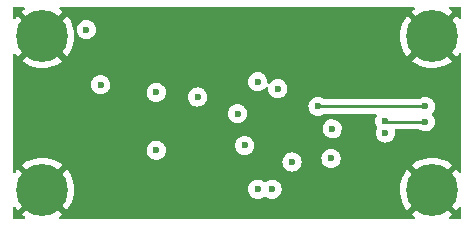
<source format=gbr>
%TF.GenerationSoftware,KiCad,Pcbnew,(6.0.4-0)*%
%TF.CreationDate,2022-08-26T15:35:11-06:00*%
%TF.ProjectId,lm334-source-v2,6c6d3333-342d-4736-9f75-7263652d7632,rev?*%
%TF.SameCoordinates,Original*%
%TF.FileFunction,Copper,L4,Bot*%
%TF.FilePolarity,Positive*%
%FSLAX46Y46*%
G04 Gerber Fmt 4.6, Leading zero omitted, Abs format (unit mm)*
G04 Created by KiCad (PCBNEW (6.0.4-0)) date 2022-08-26 15:35:11*
%MOMM*%
%LPD*%
G01*
G04 APERTURE LIST*
%TA.AperFunction,ComponentPad*%
%ADD10C,0.700000*%
%TD*%
%TA.AperFunction,ComponentPad*%
%ADD11C,4.400000*%
%TD*%
%TA.AperFunction,ViaPad*%
%ADD12C,0.600000*%
%TD*%
%TA.AperFunction,Conductor*%
%ADD13C,0.250000*%
%TD*%
G04 APERTURE END LIST*
D10*
%TO.P,MH1,1,Pin_1*%
%TO.N,GNDPWR*%
X101350000Y-84000000D03*
X103000000Y-82350000D03*
X104166726Y-85166726D03*
X104166726Y-82833274D03*
D11*
X103000000Y-84000000D03*
D10*
X104650000Y-84000000D03*
X101833274Y-82833274D03*
X101833274Y-85166726D03*
X103000000Y-85650000D03*
%TD*%
D11*
%TO.P,MH2,1,Pin_1*%
%TO.N,GNDPWR*%
X136000000Y-84000000D03*
D10*
X137166726Y-82833274D03*
X134350000Y-84000000D03*
X137650000Y-84000000D03*
X137166726Y-85166726D03*
X136000000Y-82350000D03*
X136000000Y-85650000D03*
X134833274Y-85166726D03*
X134833274Y-82833274D03*
%TD*%
%TO.P,MH3,1,Pin_1*%
%TO.N,GNDPWR*%
X101833274Y-98166726D03*
D11*
X103000000Y-97000000D03*
D10*
X104166726Y-98166726D03*
X101833274Y-95833274D03*
X104166726Y-95833274D03*
X103000000Y-95350000D03*
X104650000Y-97000000D03*
X101350000Y-97000000D03*
X103000000Y-98650000D03*
%TD*%
D11*
%TO.P,MH4,1,Pin_1*%
%TO.N,GNDPWR*%
X136000000Y-97000000D03*
D10*
X134833274Y-95833274D03*
X134350000Y-97000000D03*
X137650000Y-97000000D03*
X136000000Y-95350000D03*
X137166726Y-98166726D03*
X137166726Y-95833274D03*
X134833274Y-98166726D03*
X136000000Y-98650000D03*
%TD*%
D12*
%TO.N,GND*%
X132050000Y-92200000D03*
X112650000Y-88750000D03*
X127550000Y-91850000D03*
X127450000Y-94350000D03*
X124150000Y-94650000D03*
X116150000Y-89150000D03*
X112650000Y-93650000D03*
%TO.N,+3V3*%
X121250000Y-87850000D03*
X121250000Y-96950000D03*
%TO.N,VD*%
X132000000Y-91200000D03*
X135450000Y-91250000D03*
X122465000Y-96965000D03*
X122950000Y-88450000D03*
%TO.N,/Channel1/I+*%
X107950000Y-88100000D03*
X106750000Y-83450000D03*
%TO.N,/Channel1/buffer/out+*%
X120150000Y-93250000D03*
X119550000Y-90550000D03*
%TO.N,/sda-tx*%
X135450000Y-89950000D03*
X126350000Y-89950000D03*
%TD*%
D13*
%TO.N,VD*%
X132050000Y-91250000D02*
X132000000Y-91200000D01*
X135450000Y-91250000D02*
X132050000Y-91250000D01*
%TO.N,/sda-tx*%
X135450000Y-89950000D02*
X126350000Y-89950000D01*
%TD*%
%TA.AperFunction,Conductor*%
%TO.N,GNDPWR*%
G36*
X101501296Y-81528502D02*
G01*
X101547789Y-81582158D01*
X101557893Y-81652432D01*
X101528399Y-81717012D01*
X101497597Y-81742786D01*
X101478350Y-81754237D01*
X101472091Y-81758490D01*
X101286385Y-81901762D01*
X101277917Y-81913423D01*
X101284520Y-81925309D01*
X102987190Y-83627980D01*
X103001131Y-83635592D01*
X103002966Y-83635461D01*
X103009580Y-83631210D01*
X104714559Y-81926230D01*
X104721571Y-81913389D01*
X104713777Y-81902701D01*
X104551298Y-81774613D01*
X104545075Y-81770288D01*
X104498813Y-81742105D01*
X104451044Y-81689582D01*
X104439254Y-81619571D01*
X104467186Y-81554300D01*
X104525972Y-81514492D01*
X104564366Y-81508500D01*
X134433175Y-81508500D01*
X134501296Y-81528502D01*
X134547789Y-81582158D01*
X134557893Y-81652432D01*
X134528399Y-81717012D01*
X134497597Y-81742786D01*
X134478350Y-81754237D01*
X134472091Y-81758490D01*
X134286385Y-81901762D01*
X134277917Y-81913423D01*
X134284520Y-81925309D01*
X135987190Y-83627980D01*
X136001131Y-83635592D01*
X136002966Y-83635461D01*
X136009580Y-83631210D01*
X137714559Y-81926230D01*
X137721571Y-81913389D01*
X137713777Y-81902701D01*
X137551298Y-81774613D01*
X137545075Y-81770288D01*
X137498813Y-81742105D01*
X137451044Y-81689582D01*
X137439254Y-81619571D01*
X137467186Y-81554300D01*
X137525972Y-81514492D01*
X137564366Y-81508500D01*
X138365500Y-81508500D01*
X138433621Y-81528502D01*
X138480114Y-81582158D01*
X138491500Y-81634500D01*
X138491500Y-82434491D01*
X138471498Y-82502612D01*
X138417842Y-82549105D01*
X138347568Y-82559209D01*
X138282988Y-82529715D01*
X138257553Y-82499480D01*
X138237763Y-82466609D01*
X138233481Y-82460377D01*
X138097991Y-82286647D01*
X138086199Y-82278178D01*
X138074486Y-82284725D01*
X136372020Y-83987190D01*
X136364408Y-84001131D01*
X136364539Y-84002966D01*
X136368790Y-84009580D01*
X138073285Y-85714074D01*
X138086408Y-85721240D01*
X138096709Y-85713851D01*
X138200751Y-85586055D01*
X138205159Y-85579921D01*
X138258938Y-85494686D01*
X138312205Y-85447748D01*
X138382392Y-85437059D01*
X138447217Y-85466014D01*
X138486096Y-85525418D01*
X138491500Y-85561922D01*
X138491500Y-95434491D01*
X138471498Y-95502612D01*
X138417842Y-95549105D01*
X138347568Y-95559209D01*
X138282988Y-95529715D01*
X138257553Y-95499480D01*
X138237763Y-95466609D01*
X138233481Y-95460377D01*
X138097991Y-95286647D01*
X138086199Y-95278178D01*
X138074486Y-95284725D01*
X136372020Y-96987190D01*
X136364408Y-97001131D01*
X136364539Y-97002966D01*
X136368790Y-97009580D01*
X138073285Y-98714074D01*
X138086408Y-98721240D01*
X138096709Y-98713851D01*
X138200751Y-98586055D01*
X138205159Y-98579921D01*
X138258938Y-98494686D01*
X138312205Y-98447748D01*
X138382392Y-98437059D01*
X138447217Y-98466014D01*
X138486096Y-98525418D01*
X138491500Y-98561922D01*
X138491500Y-99365500D01*
X138471498Y-99433621D01*
X138417842Y-99480114D01*
X138365500Y-99491500D01*
X137569317Y-99491500D01*
X137501196Y-99471498D01*
X137454703Y-99417842D01*
X137444599Y-99347568D01*
X137474093Y-99282988D01*
X137499596Y-99260548D01*
X137504347Y-99257392D01*
X137714305Y-99098889D01*
X137722761Y-99087496D01*
X137716045Y-99075256D01*
X136012810Y-97372020D01*
X135998869Y-97364408D01*
X135997034Y-97364539D01*
X135990420Y-97368790D01*
X134285818Y-99073393D01*
X134278703Y-99086423D01*
X134286227Y-99096854D01*
X134425483Y-99209020D01*
X134431664Y-99213413D01*
X134504100Y-99258588D01*
X134551317Y-99311608D01*
X134562373Y-99381738D01*
X134533759Y-99446713D01*
X134474559Y-99485903D01*
X134437424Y-99491500D01*
X104569317Y-99491500D01*
X104501196Y-99471498D01*
X104454703Y-99417842D01*
X104444599Y-99347568D01*
X104474093Y-99282988D01*
X104499596Y-99260548D01*
X104504347Y-99257392D01*
X104714305Y-99098889D01*
X104722761Y-99087496D01*
X104716045Y-99075256D01*
X103012810Y-97372020D01*
X102998869Y-97364408D01*
X102997034Y-97364539D01*
X102990420Y-97368790D01*
X101285818Y-99073393D01*
X101278703Y-99086423D01*
X101286227Y-99096854D01*
X101425483Y-99209020D01*
X101431664Y-99213413D01*
X101504100Y-99258588D01*
X101551317Y-99311608D01*
X101562373Y-99381738D01*
X101533759Y-99446713D01*
X101474559Y-99485903D01*
X101437424Y-99491500D01*
X100634500Y-99491500D01*
X100566379Y-99471498D01*
X100519886Y-99417842D01*
X100508500Y-99365500D01*
X100508500Y-98568320D01*
X100528502Y-98500199D01*
X100582158Y-98453706D01*
X100652432Y-98443602D01*
X100717012Y-98473096D01*
X100743120Y-98504463D01*
X100746296Y-98509866D01*
X100750519Y-98516150D01*
X100901463Y-98713934D01*
X100912989Y-98722396D01*
X100925054Y-98715735D01*
X102627980Y-97012810D01*
X102634357Y-97001131D01*
X103364408Y-97001131D01*
X103364539Y-97002966D01*
X103368790Y-97009580D01*
X105073285Y-98714074D01*
X105086408Y-98721240D01*
X105096709Y-98713851D01*
X105200751Y-98586055D01*
X105205164Y-98579914D01*
X105375349Y-98310187D01*
X105379005Y-98303536D01*
X105515544Y-98015335D01*
X105518375Y-98008295D01*
X105619306Y-97705767D01*
X105621270Y-97698433D01*
X105685122Y-97385989D01*
X105686194Y-97378465D01*
X105712173Y-97059051D01*
X105712378Y-97054576D01*
X105712927Y-97002221D01*
X105712817Y-96997789D01*
X105709251Y-96938640D01*
X120436463Y-96938640D01*
X120454163Y-97119160D01*
X120511418Y-97291273D01*
X120515065Y-97297295D01*
X120515066Y-97297297D01*
X120568780Y-97385989D01*
X120605380Y-97446424D01*
X120731382Y-97576902D01*
X120883159Y-97676222D01*
X120889763Y-97678678D01*
X120889765Y-97678679D01*
X121046558Y-97736990D01*
X121046560Y-97736990D01*
X121053168Y-97739448D01*
X121136995Y-97750633D01*
X121225980Y-97762507D01*
X121225984Y-97762507D01*
X121232961Y-97763438D01*
X121239972Y-97762800D01*
X121239976Y-97762800D01*
X121382459Y-97749832D01*
X121413600Y-97746998D01*
X121420302Y-97744820D01*
X121420304Y-97744820D01*
X121579409Y-97693124D01*
X121579412Y-97693123D01*
X121586108Y-97690947D01*
X121712237Y-97615759D01*
X121735860Y-97601677D01*
X121735862Y-97601676D01*
X121741912Y-97598069D01*
X121760920Y-97579968D01*
X121824045Y-97547476D01*
X121894716Y-97554269D01*
X121938444Y-97583682D01*
X121946382Y-97591902D01*
X121984242Y-97616677D01*
X122092227Y-97687340D01*
X122098159Y-97691222D01*
X122104763Y-97693678D01*
X122104765Y-97693679D01*
X122261558Y-97751990D01*
X122261560Y-97751990D01*
X122268168Y-97754448D01*
X122335544Y-97763438D01*
X122440980Y-97777507D01*
X122440984Y-97777507D01*
X122447961Y-97778438D01*
X122454972Y-97777800D01*
X122454976Y-97777800D01*
X122597459Y-97764832D01*
X122628600Y-97761998D01*
X122635302Y-97759820D01*
X122635304Y-97759820D01*
X122794409Y-97708124D01*
X122794412Y-97708123D01*
X122801108Y-97705947D01*
X122956912Y-97613069D01*
X123088266Y-97487982D01*
X123188643Y-97336902D01*
X123253055Y-97167338D01*
X123268903Y-97054576D01*
X123277748Y-96991639D01*
X123277748Y-96991636D01*
X123278299Y-96987717D01*
X123278471Y-96975383D01*
X133287388Y-96975383D01*
X133303245Y-97293914D01*
X133304076Y-97301443D01*
X133358085Y-97615759D01*
X133359818Y-97623146D01*
X133451196Y-97928695D01*
X133453799Y-97935808D01*
X133581227Y-98228173D01*
X133584669Y-98234929D01*
X133746296Y-98509865D01*
X133750519Y-98516150D01*
X133901463Y-98713934D01*
X133912989Y-98722396D01*
X133925054Y-98715735D01*
X135627980Y-97012810D01*
X135635592Y-96998869D01*
X135635461Y-96997034D01*
X135631210Y-96990420D01*
X133926445Y-95285656D01*
X133913510Y-95278592D01*
X133902949Y-95286252D01*
X133782766Y-95437072D01*
X133778410Y-95443270D01*
X133611059Y-95714764D01*
X133607479Y-95721440D01*
X133473956Y-96011074D01*
X133471206Y-96018125D01*
X133373444Y-96321708D01*
X133371561Y-96329041D01*
X133310979Y-96642170D01*
X133309992Y-96649670D01*
X133287467Y-96967802D01*
X133287388Y-96975383D01*
X123278471Y-96975383D01*
X123278616Y-96965000D01*
X123258397Y-96784745D01*
X123247017Y-96752066D01*
X123201064Y-96620106D01*
X123201062Y-96620103D01*
X123198745Y-96613448D01*
X123102626Y-96459624D01*
X123010832Y-96367187D01*
X122979778Y-96335915D01*
X122979774Y-96335912D01*
X122974815Y-96330918D01*
X122963697Y-96323862D01*
X122915538Y-96293300D01*
X122821666Y-96233727D01*
X122765755Y-96213818D01*
X122657425Y-96175243D01*
X122657420Y-96175242D01*
X122650790Y-96172881D01*
X122643802Y-96172048D01*
X122643799Y-96172047D01*
X122503889Y-96155364D01*
X122470680Y-96151404D01*
X122463677Y-96152140D01*
X122463676Y-96152140D01*
X122297288Y-96169628D01*
X122297286Y-96169629D01*
X122290288Y-96170364D01*
X122118579Y-96228818D01*
X122112575Y-96232512D01*
X121970090Y-96320169D01*
X121970087Y-96320171D01*
X121964088Y-96323862D01*
X121953925Y-96333815D01*
X121891262Y-96367187D01*
X121820503Y-96361384D01*
X121776359Y-96332578D01*
X121772847Y-96329041D01*
X121759815Y-96315918D01*
X121748697Y-96308862D01*
X121630302Y-96233727D01*
X121606666Y-96218727D01*
X121577463Y-96208328D01*
X121442425Y-96160243D01*
X121442420Y-96160242D01*
X121435790Y-96157881D01*
X121428802Y-96157048D01*
X121428799Y-96157047D01*
X121305698Y-96142368D01*
X121255680Y-96136404D01*
X121248677Y-96137140D01*
X121248676Y-96137140D01*
X121082288Y-96154628D01*
X121082286Y-96154629D01*
X121075288Y-96155364D01*
X120903579Y-96213818D01*
X120871218Y-96233727D01*
X120755095Y-96305166D01*
X120755092Y-96305168D01*
X120749088Y-96308862D01*
X120744053Y-96313793D01*
X120744050Y-96313795D01*
X120634208Y-96421361D01*
X120619493Y-96435771D01*
X120521235Y-96588238D01*
X120518826Y-96594858D01*
X120518824Y-96594861D01*
X120461606Y-96752066D01*
X120459197Y-96758685D01*
X120436463Y-96938640D01*
X105709251Y-96938640D01*
X105693529Y-96677853D01*
X105692621Y-96670351D01*
X105635319Y-96356593D01*
X105633518Y-96349260D01*
X105538935Y-96044655D01*
X105536263Y-96037583D01*
X105405781Y-95746570D01*
X105402264Y-95739843D01*
X105237771Y-95466621D01*
X105233481Y-95460377D01*
X105097991Y-95286647D01*
X105086199Y-95278178D01*
X105074486Y-95284725D01*
X103372020Y-96987190D01*
X103364408Y-97001131D01*
X102634357Y-97001131D01*
X102635592Y-96998869D01*
X102635461Y-96997034D01*
X102631210Y-96990420D01*
X100926445Y-95285656D01*
X100913510Y-95278592D01*
X100902949Y-95286252D01*
X100782766Y-95437072D01*
X100778410Y-95443270D01*
X100741760Y-95502727D01*
X100688988Y-95550220D01*
X100618916Y-95561644D01*
X100553792Y-95533370D01*
X100514293Y-95474376D01*
X100508500Y-95436611D01*
X100508500Y-94913423D01*
X101277917Y-94913423D01*
X101284520Y-94925309D01*
X102987190Y-96627980D01*
X103001131Y-96635592D01*
X103002966Y-96635461D01*
X103009580Y-96631210D01*
X104714559Y-94926230D01*
X104721571Y-94913389D01*
X104713777Y-94902701D01*
X104551298Y-94774613D01*
X104545075Y-94770288D01*
X104328977Y-94638640D01*
X123336463Y-94638640D01*
X123354163Y-94819160D01*
X123411418Y-94991273D01*
X123415065Y-94997295D01*
X123415066Y-94997297D01*
X123501720Y-95140380D01*
X123505380Y-95146424D01*
X123631382Y-95276902D01*
X123783159Y-95376222D01*
X123789763Y-95378678D01*
X123789765Y-95378679D01*
X123946558Y-95436990D01*
X123946560Y-95436990D01*
X123953168Y-95439448D01*
X124036995Y-95450633D01*
X124125980Y-95462507D01*
X124125984Y-95462507D01*
X124132961Y-95463438D01*
X124139972Y-95462800D01*
X124139976Y-95462800D01*
X124282459Y-95449832D01*
X124313600Y-95446998D01*
X124320302Y-95444820D01*
X124320304Y-95444820D01*
X124479409Y-95393124D01*
X124479412Y-95393123D01*
X124486108Y-95390947D01*
X124641912Y-95298069D01*
X124773266Y-95172982D01*
X124873643Y-95021902D01*
X124938055Y-94852338D01*
X124939733Y-94840401D01*
X124962748Y-94676639D01*
X124962748Y-94676636D01*
X124963299Y-94672717D01*
X124963616Y-94650000D01*
X124943397Y-94469745D01*
X124941080Y-94463091D01*
X124897742Y-94338640D01*
X126636463Y-94338640D01*
X126654163Y-94519160D01*
X126711418Y-94691273D01*
X126715065Y-94697295D01*
X126715066Y-94697297D01*
X126784624Y-94812151D01*
X126805380Y-94846424D01*
X126931382Y-94976902D01*
X127083159Y-95076222D01*
X127089763Y-95078678D01*
X127089765Y-95078679D01*
X127246558Y-95136990D01*
X127246560Y-95136990D01*
X127253168Y-95139448D01*
X127336995Y-95150633D01*
X127425980Y-95162507D01*
X127425984Y-95162507D01*
X127432961Y-95163438D01*
X127439972Y-95162800D01*
X127439976Y-95162800D01*
X127582459Y-95149832D01*
X127613600Y-95146998D01*
X127620302Y-95144820D01*
X127620304Y-95144820D01*
X127779409Y-95093124D01*
X127779412Y-95093123D01*
X127786108Y-95090947D01*
X127901932Y-95021902D01*
X127935860Y-95001677D01*
X127935862Y-95001676D01*
X127941912Y-94998069D01*
X128030799Y-94913423D01*
X134277917Y-94913423D01*
X134284520Y-94925309D01*
X135987190Y-96627980D01*
X136001131Y-96635592D01*
X136002966Y-96635461D01*
X136009580Y-96631210D01*
X137714559Y-94926230D01*
X137721571Y-94913389D01*
X137713777Y-94902701D01*
X137551298Y-94774613D01*
X137545075Y-94770288D01*
X137272702Y-94604357D01*
X137266025Y-94600822D01*
X136975686Y-94468813D01*
X136968616Y-94466099D01*
X136664537Y-94369932D01*
X136657186Y-94368085D01*
X136343746Y-94309142D01*
X136336237Y-94308194D01*
X136017989Y-94287335D01*
X136010424Y-94287295D01*
X135691964Y-94304821D01*
X135684450Y-94305690D01*
X135370405Y-94361348D01*
X135363044Y-94363115D01*
X135057980Y-94456092D01*
X135050860Y-94458740D01*
X134759182Y-94587690D01*
X134752445Y-94591167D01*
X134478355Y-94754233D01*
X134472091Y-94758490D01*
X134286385Y-94901762D01*
X134277917Y-94913423D01*
X128030799Y-94913423D01*
X128073266Y-94872982D01*
X128173643Y-94721902D01*
X128218295Y-94604357D01*
X128235555Y-94558920D01*
X128235556Y-94558918D01*
X128238055Y-94552338D01*
X128239035Y-94545366D01*
X128262748Y-94376639D01*
X128262748Y-94376636D01*
X128263299Y-94372717D01*
X128263616Y-94350000D01*
X128243397Y-94169745D01*
X128241080Y-94163091D01*
X128186064Y-94005106D01*
X128186062Y-94005103D01*
X128183745Y-93998448D01*
X128133171Y-93917512D01*
X128091359Y-93850598D01*
X128087626Y-93844624D01*
X128082664Y-93839627D01*
X127964778Y-93720915D01*
X127964774Y-93720912D01*
X127959815Y-93715918D01*
X127948697Y-93708862D01*
X127885501Y-93668757D01*
X127806666Y-93618727D01*
X127777463Y-93608328D01*
X127642425Y-93560243D01*
X127642420Y-93560242D01*
X127635790Y-93557881D01*
X127628802Y-93557048D01*
X127628799Y-93557047D01*
X127505698Y-93542368D01*
X127455680Y-93536404D01*
X127448677Y-93537140D01*
X127448676Y-93537140D01*
X127282288Y-93554628D01*
X127282286Y-93554629D01*
X127275288Y-93555364D01*
X127103579Y-93613818D01*
X127097575Y-93617512D01*
X126955095Y-93705166D01*
X126955092Y-93705168D01*
X126949088Y-93708862D01*
X126944053Y-93713793D01*
X126944050Y-93713795D01*
X126829630Y-93825844D01*
X126819493Y-93835771D01*
X126721235Y-93988238D01*
X126718826Y-93994858D01*
X126718824Y-93994861D01*
X126661606Y-94152066D01*
X126659197Y-94158685D01*
X126636463Y-94338640D01*
X124897742Y-94338640D01*
X124886064Y-94305106D01*
X124886062Y-94305103D01*
X124883745Y-94298448D01*
X124787626Y-94144624D01*
X124707005Y-94063438D01*
X124664778Y-94020915D01*
X124664774Y-94020912D01*
X124659815Y-94015918D01*
X124648697Y-94008862D01*
X124591185Y-93972364D01*
X124506666Y-93918727D01*
X124458784Y-93901677D01*
X124342425Y-93860243D01*
X124342420Y-93860242D01*
X124335790Y-93857881D01*
X124328802Y-93857048D01*
X124328799Y-93857047D01*
X124205698Y-93842368D01*
X124155680Y-93836404D01*
X124148677Y-93837140D01*
X124148676Y-93837140D01*
X123982288Y-93854628D01*
X123982286Y-93854629D01*
X123975288Y-93855364D01*
X123803579Y-93913818D01*
X123797575Y-93917512D01*
X123655095Y-94005166D01*
X123655092Y-94005168D01*
X123649088Y-94008862D01*
X123644053Y-94013793D01*
X123644050Y-94013795D01*
X123524525Y-94130843D01*
X123519493Y-94135771D01*
X123421235Y-94288238D01*
X123418826Y-94294858D01*
X123418824Y-94294861D01*
X123364243Y-94444820D01*
X123359197Y-94458685D01*
X123336463Y-94638640D01*
X104328977Y-94638640D01*
X104272702Y-94604357D01*
X104266025Y-94600822D01*
X103975686Y-94468813D01*
X103968616Y-94466099D01*
X103664537Y-94369932D01*
X103657186Y-94368085D01*
X103343746Y-94309142D01*
X103336237Y-94308194D01*
X103017989Y-94287335D01*
X103010424Y-94287295D01*
X102691964Y-94304821D01*
X102684450Y-94305690D01*
X102370405Y-94361348D01*
X102363044Y-94363115D01*
X102057980Y-94456092D01*
X102050860Y-94458740D01*
X101759182Y-94587690D01*
X101752445Y-94591167D01*
X101478355Y-94754233D01*
X101472091Y-94758490D01*
X101286385Y-94901762D01*
X101277917Y-94913423D01*
X100508500Y-94913423D01*
X100508500Y-93638640D01*
X111836463Y-93638640D01*
X111854163Y-93819160D01*
X111911418Y-93991273D01*
X111915065Y-93997295D01*
X111915066Y-93997297D01*
X112001264Y-94139627D01*
X112005380Y-94146424D01*
X112010269Y-94151487D01*
X112010270Y-94151488D01*
X112025357Y-94167111D01*
X112131382Y-94276902D01*
X112155171Y-94292469D01*
X112243088Y-94350000D01*
X112283159Y-94376222D01*
X112289763Y-94378678D01*
X112289765Y-94378679D01*
X112446558Y-94436990D01*
X112446560Y-94436990D01*
X112453168Y-94439448D01*
X112536995Y-94450633D01*
X112625980Y-94462507D01*
X112625984Y-94462507D01*
X112632961Y-94463438D01*
X112639972Y-94462800D01*
X112639976Y-94462800D01*
X112782459Y-94449832D01*
X112813600Y-94446998D01*
X112820302Y-94444820D01*
X112820304Y-94444820D01*
X112979409Y-94393124D01*
X112979412Y-94393123D01*
X112986108Y-94390947D01*
X113123337Y-94309142D01*
X113135860Y-94301677D01*
X113135862Y-94301676D01*
X113141912Y-94298069D01*
X113273266Y-94172982D01*
X113373643Y-94021902D01*
X113422529Y-93893211D01*
X113435555Y-93858920D01*
X113435556Y-93858918D01*
X113438055Y-93852338D01*
X113439551Y-93841693D01*
X113462748Y-93676639D01*
X113462748Y-93676636D01*
X113463299Y-93672717D01*
X113463616Y-93650000D01*
X113443397Y-93469745D01*
X113441080Y-93463091D01*
X113386064Y-93305106D01*
X113386062Y-93305103D01*
X113383745Y-93298448D01*
X113346373Y-93238640D01*
X119336463Y-93238640D01*
X119354163Y-93419160D01*
X119411418Y-93591273D01*
X119415065Y-93597295D01*
X119415066Y-93597297D01*
X119482632Y-93708862D01*
X119505380Y-93746424D01*
X119631382Y-93876902D01*
X119783159Y-93976222D01*
X119789763Y-93978678D01*
X119789765Y-93978679D01*
X119946558Y-94036990D01*
X119946560Y-94036990D01*
X119953168Y-94039448D01*
X120036995Y-94050633D01*
X120125980Y-94062507D01*
X120125984Y-94062507D01*
X120132961Y-94063438D01*
X120139972Y-94062800D01*
X120139976Y-94062800D01*
X120282459Y-94049832D01*
X120313600Y-94046998D01*
X120320302Y-94044820D01*
X120320304Y-94044820D01*
X120479409Y-93993124D01*
X120479412Y-93993123D01*
X120486108Y-93990947D01*
X120609296Y-93917512D01*
X120635860Y-93901677D01*
X120635862Y-93901676D01*
X120641912Y-93898069D01*
X120773266Y-93772982D01*
X120873643Y-93621902D01*
X120932989Y-93465675D01*
X120935555Y-93458920D01*
X120935556Y-93458918D01*
X120938055Y-93452338D01*
X120939035Y-93445366D01*
X120962748Y-93276639D01*
X120962748Y-93276636D01*
X120963299Y-93272717D01*
X120963616Y-93250000D01*
X120943397Y-93069745D01*
X120941080Y-93063091D01*
X120886064Y-92905106D01*
X120886062Y-92905103D01*
X120883745Y-92898448D01*
X120856823Y-92855364D01*
X120791359Y-92750598D01*
X120787626Y-92744624D01*
X120770960Y-92727841D01*
X120664778Y-92620915D01*
X120664774Y-92620912D01*
X120659815Y-92615918D01*
X120648697Y-92608862D01*
X120590457Y-92571902D01*
X120506666Y-92518727D01*
X120458784Y-92501677D01*
X120342425Y-92460243D01*
X120342420Y-92460242D01*
X120335790Y-92457881D01*
X120328802Y-92457048D01*
X120328799Y-92457047D01*
X120205698Y-92442368D01*
X120155680Y-92436404D01*
X120148677Y-92437140D01*
X120148676Y-92437140D01*
X119982288Y-92454628D01*
X119982286Y-92454629D01*
X119975288Y-92455364D01*
X119803579Y-92513818D01*
X119797575Y-92517512D01*
X119655095Y-92605166D01*
X119655092Y-92605168D01*
X119649088Y-92608862D01*
X119644053Y-92613793D01*
X119644050Y-92613795D01*
X119527591Y-92727841D01*
X119519493Y-92735771D01*
X119421235Y-92888238D01*
X119418826Y-92894858D01*
X119418824Y-92894861D01*
X119375536Y-93013795D01*
X119359197Y-93058685D01*
X119336463Y-93238640D01*
X113346373Y-93238640D01*
X113287626Y-93144624D01*
X113273941Y-93130843D01*
X113164778Y-93020915D01*
X113164774Y-93020912D01*
X113159815Y-93015918D01*
X113148697Y-93008862D01*
X113100538Y-92978300D01*
X113006666Y-92918727D01*
X112949716Y-92898448D01*
X112842425Y-92860243D01*
X112842420Y-92860242D01*
X112835790Y-92857881D01*
X112828802Y-92857048D01*
X112828799Y-92857047D01*
X112705698Y-92842368D01*
X112655680Y-92836404D01*
X112648677Y-92837140D01*
X112648676Y-92837140D01*
X112482288Y-92854628D01*
X112482286Y-92854629D01*
X112475288Y-92855364D01*
X112303579Y-92913818D01*
X112297575Y-92917512D01*
X112155095Y-93005166D01*
X112155092Y-93005168D01*
X112149088Y-93008862D01*
X112144053Y-93013793D01*
X112144050Y-93013795D01*
X112086916Y-93069745D01*
X112019493Y-93135771D01*
X111921235Y-93288238D01*
X111918826Y-93294858D01*
X111918824Y-93294861D01*
X111876134Y-93412151D01*
X111859197Y-93458685D01*
X111836463Y-93638640D01*
X100508500Y-93638640D01*
X100508500Y-91838640D01*
X126736463Y-91838640D01*
X126754163Y-92019160D01*
X126811418Y-92191273D01*
X126815065Y-92197295D01*
X126815066Y-92197297D01*
X126825978Y-92215314D01*
X126905380Y-92346424D01*
X127031382Y-92476902D01*
X127183159Y-92576222D01*
X127189763Y-92578678D01*
X127189765Y-92578679D01*
X127346558Y-92636990D01*
X127346560Y-92636990D01*
X127353168Y-92639448D01*
X127436995Y-92650633D01*
X127525980Y-92662507D01*
X127525984Y-92662507D01*
X127532961Y-92663438D01*
X127539972Y-92662800D01*
X127539976Y-92662800D01*
X127682459Y-92649832D01*
X127713600Y-92646998D01*
X127720302Y-92644820D01*
X127720304Y-92644820D01*
X127879409Y-92593124D01*
X127879412Y-92593123D01*
X127886108Y-92590947D01*
X128009296Y-92517512D01*
X128035860Y-92501677D01*
X128035862Y-92501676D01*
X128041912Y-92498069D01*
X128173266Y-92372982D01*
X128273643Y-92221902D01*
X128315423Y-92111917D01*
X128335555Y-92058920D01*
X128335556Y-92058918D01*
X128338055Y-92052338D01*
X128340212Y-92036990D01*
X128362748Y-91876639D01*
X128362748Y-91876636D01*
X128363299Y-91872717D01*
X128363616Y-91850000D01*
X128343397Y-91669745D01*
X128341080Y-91663091D01*
X128286064Y-91505106D01*
X128286062Y-91505103D01*
X128283745Y-91498448D01*
X128187626Y-91344624D01*
X128173941Y-91330843D01*
X128064778Y-91220915D01*
X128064774Y-91220912D01*
X128059815Y-91215918D01*
X128048697Y-91208862D01*
X127998335Y-91176902D01*
X127906666Y-91118727D01*
X127877463Y-91108328D01*
X127742425Y-91060243D01*
X127742420Y-91060242D01*
X127735790Y-91057881D01*
X127728802Y-91057048D01*
X127728799Y-91057047D01*
X127605698Y-91042368D01*
X127555680Y-91036404D01*
X127548677Y-91037140D01*
X127548676Y-91037140D01*
X127382288Y-91054628D01*
X127382286Y-91054629D01*
X127375288Y-91055364D01*
X127203579Y-91113818D01*
X127197575Y-91117512D01*
X127055095Y-91205166D01*
X127055092Y-91205168D01*
X127049088Y-91208862D01*
X127044053Y-91213793D01*
X127044050Y-91213795D01*
X126924525Y-91330843D01*
X126919493Y-91335771D01*
X126821235Y-91488238D01*
X126818826Y-91494858D01*
X126818824Y-91494861D01*
X126799739Y-91547297D01*
X126759197Y-91658685D01*
X126736463Y-91838640D01*
X100508500Y-91838640D01*
X100508500Y-90538640D01*
X118736463Y-90538640D01*
X118754163Y-90719160D01*
X118811418Y-90891273D01*
X118815065Y-90897295D01*
X118815066Y-90897297D01*
X118899817Y-91037238D01*
X118905380Y-91046424D01*
X118910269Y-91051487D01*
X118910270Y-91051488D01*
X118916204Y-91057633D01*
X119031382Y-91176902D01*
X119091005Y-91215918D01*
X119143088Y-91250000D01*
X119183159Y-91276222D01*
X119189763Y-91278678D01*
X119189765Y-91278679D01*
X119346558Y-91336990D01*
X119346560Y-91336990D01*
X119353168Y-91339448D01*
X119436732Y-91350598D01*
X119525980Y-91362507D01*
X119525984Y-91362507D01*
X119532961Y-91363438D01*
X119539972Y-91362800D01*
X119539976Y-91362800D01*
X119682459Y-91349832D01*
X119713600Y-91346998D01*
X119720302Y-91344820D01*
X119720304Y-91344820D01*
X119879409Y-91293124D01*
X119879412Y-91293123D01*
X119886108Y-91290947D01*
X120011970Y-91215918D01*
X120035860Y-91201677D01*
X120035862Y-91201676D01*
X120041912Y-91198069D01*
X120173266Y-91072982D01*
X120273643Y-90921902D01*
X120328400Y-90777756D01*
X120335555Y-90758920D01*
X120335556Y-90758918D01*
X120338055Y-90752338D01*
X120339736Y-90740380D01*
X120362748Y-90576639D01*
X120362748Y-90576636D01*
X120363299Y-90572717D01*
X120363616Y-90550000D01*
X120343397Y-90369745D01*
X120341080Y-90363091D01*
X120286064Y-90205106D01*
X120286062Y-90205103D01*
X120283745Y-90198448D01*
X120187626Y-90044624D01*
X120120114Y-89976639D01*
X120082380Y-89938640D01*
X125536463Y-89938640D01*
X125554163Y-90119160D01*
X125611418Y-90291273D01*
X125615065Y-90297295D01*
X125615066Y-90297297D01*
X125663181Y-90376744D01*
X125705380Y-90446424D01*
X125831382Y-90576902D01*
X125983159Y-90676222D01*
X125989763Y-90678678D01*
X125989765Y-90678679D01*
X126146558Y-90736990D01*
X126146560Y-90736990D01*
X126153168Y-90739448D01*
X126236732Y-90750598D01*
X126325980Y-90762507D01*
X126325984Y-90762507D01*
X126332961Y-90763438D01*
X126339972Y-90762800D01*
X126339976Y-90762800D01*
X126482459Y-90749832D01*
X126513600Y-90746998D01*
X126520302Y-90744820D01*
X126520304Y-90744820D01*
X126679409Y-90693124D01*
X126679412Y-90693123D01*
X126686108Y-90690947D01*
X126836540Y-90601271D01*
X126901058Y-90583500D01*
X131204303Y-90583500D01*
X131272424Y-90603502D01*
X131318917Y-90657158D01*
X131329021Y-90727432D01*
X131310216Y-90777752D01*
X131271235Y-90838238D01*
X131268826Y-90844858D01*
X131268824Y-90844861D01*
X131211606Y-91002066D01*
X131209197Y-91008685D01*
X131186463Y-91188640D01*
X131204163Y-91369160D01*
X131261418Y-91541273D01*
X131265065Y-91547295D01*
X131265066Y-91547297D01*
X131342329Y-91674874D01*
X131360508Y-91743504D01*
X131340466Y-91808398D01*
X131321235Y-91838238D01*
X131318826Y-91844858D01*
X131318824Y-91844861D01*
X131270118Y-91978679D01*
X131259197Y-92008685D01*
X131236463Y-92188640D01*
X131254163Y-92369160D01*
X131311418Y-92541273D01*
X131315065Y-92547295D01*
X131315066Y-92547297D01*
X131385017Y-92662800D01*
X131405380Y-92696424D01*
X131410269Y-92701487D01*
X131410270Y-92701488D01*
X131487121Y-92781068D01*
X131531382Y-92826902D01*
X131607271Y-92876562D01*
X131669849Y-92917512D01*
X131683159Y-92926222D01*
X131689763Y-92928678D01*
X131689765Y-92928679D01*
X131846558Y-92986990D01*
X131846560Y-92986990D01*
X131853168Y-92989448D01*
X131936995Y-93000633D01*
X132025980Y-93012507D01*
X132025984Y-93012507D01*
X132032961Y-93013438D01*
X132039972Y-93012800D01*
X132039976Y-93012800D01*
X132182459Y-92999832D01*
X132213600Y-92996998D01*
X132220302Y-92994820D01*
X132220304Y-92994820D01*
X132379409Y-92943124D01*
X132379412Y-92943123D01*
X132386108Y-92940947D01*
X132521490Y-92860243D01*
X132535860Y-92851677D01*
X132535862Y-92851676D01*
X132541912Y-92848069D01*
X132673266Y-92722982D01*
X132773643Y-92571902D01*
X132824835Y-92437140D01*
X132835555Y-92408920D01*
X132835556Y-92408918D01*
X132838055Y-92402338D01*
X132841498Y-92377841D01*
X132862748Y-92226639D01*
X132862748Y-92226636D01*
X132863299Y-92222717D01*
X132863616Y-92200000D01*
X132843823Y-92023544D01*
X132856107Y-91953620D01*
X132904246Y-91901435D01*
X132969038Y-91883500D01*
X134903903Y-91883500D01*
X134972896Y-91904068D01*
X135048620Y-91953620D01*
X135083159Y-91976222D01*
X135089763Y-91978678D01*
X135089765Y-91978679D01*
X135246558Y-92036990D01*
X135246560Y-92036990D01*
X135253168Y-92039448D01*
X135336995Y-92050633D01*
X135425980Y-92062507D01*
X135425984Y-92062507D01*
X135432961Y-92063438D01*
X135439972Y-92062800D01*
X135439976Y-92062800D01*
X135582459Y-92049832D01*
X135613600Y-92046998D01*
X135620302Y-92044820D01*
X135620304Y-92044820D01*
X135779409Y-91993124D01*
X135779412Y-91993123D01*
X135786108Y-91990947D01*
X135941912Y-91898069D01*
X136073266Y-91772982D01*
X136173643Y-91621902D01*
X136238055Y-91452338D01*
X136239035Y-91445366D01*
X136262748Y-91276639D01*
X136262748Y-91276636D01*
X136263299Y-91272717D01*
X136263616Y-91250000D01*
X136243397Y-91069745D01*
X136235276Y-91046424D01*
X136186064Y-90905106D01*
X136186062Y-90905103D01*
X136183745Y-90898448D01*
X136175086Y-90884590D01*
X136091359Y-90750598D01*
X136087626Y-90744624D01*
X136032667Y-90689280D01*
X135998860Y-90626849D01*
X136004172Y-90556052D01*
X136035181Y-90509251D01*
X136068159Y-90477846D01*
X136068162Y-90477843D01*
X136073266Y-90472982D01*
X136173643Y-90321902D01*
X136238055Y-90152338D01*
X136239035Y-90145366D01*
X136262748Y-89976639D01*
X136262748Y-89976636D01*
X136263299Y-89972717D01*
X136263616Y-89950000D01*
X136243397Y-89769745D01*
X136240088Y-89760243D01*
X136186064Y-89605106D01*
X136186062Y-89605103D01*
X136183745Y-89598448D01*
X136108906Y-89478679D01*
X136091359Y-89450598D01*
X136087626Y-89444624D01*
X136036571Y-89393211D01*
X135964778Y-89320915D01*
X135964774Y-89320912D01*
X135959815Y-89315918D01*
X135948697Y-89308862D01*
X135851214Y-89246998D01*
X135806666Y-89218727D01*
X135777463Y-89208328D01*
X135642425Y-89160243D01*
X135642420Y-89160242D01*
X135635790Y-89157881D01*
X135628802Y-89157048D01*
X135628799Y-89157047D01*
X135474431Y-89138640D01*
X135455680Y-89136404D01*
X135448677Y-89137140D01*
X135448676Y-89137140D01*
X135282288Y-89154628D01*
X135282286Y-89154629D01*
X135275288Y-89155364D01*
X135103579Y-89213818D01*
X134967039Y-89297819D01*
X134901019Y-89316500D01*
X126897338Y-89316500D01*
X126829824Y-89296885D01*
X126751214Y-89246998D01*
X126706666Y-89218727D01*
X126677463Y-89208328D01*
X126542425Y-89160243D01*
X126542420Y-89160242D01*
X126535790Y-89157881D01*
X126528802Y-89157048D01*
X126528799Y-89157047D01*
X126374431Y-89138640D01*
X126355680Y-89136404D01*
X126348677Y-89137140D01*
X126348676Y-89137140D01*
X126182288Y-89154628D01*
X126182286Y-89154629D01*
X126175288Y-89155364D01*
X126003579Y-89213818D01*
X125997575Y-89217512D01*
X125855095Y-89305166D01*
X125855092Y-89305168D01*
X125849088Y-89308862D01*
X125844053Y-89313793D01*
X125844050Y-89313795D01*
X125724525Y-89430843D01*
X125719493Y-89435771D01*
X125621235Y-89588238D01*
X125618826Y-89594858D01*
X125618824Y-89594861D01*
X125588622Y-89677841D01*
X125559197Y-89758685D01*
X125536463Y-89938640D01*
X120082380Y-89938640D01*
X120064778Y-89920915D01*
X120064774Y-89920912D01*
X120059815Y-89915918D01*
X120048697Y-89908862D01*
X119991185Y-89872364D01*
X119906666Y-89818727D01*
X119858784Y-89801677D01*
X119742425Y-89760243D01*
X119742420Y-89760242D01*
X119735790Y-89757881D01*
X119728802Y-89757048D01*
X119728799Y-89757047D01*
X119605698Y-89742368D01*
X119555680Y-89736404D01*
X119548677Y-89737140D01*
X119548676Y-89737140D01*
X119382288Y-89754628D01*
X119382286Y-89754629D01*
X119375288Y-89755364D01*
X119203579Y-89813818D01*
X119197575Y-89817512D01*
X119055095Y-89905166D01*
X119055092Y-89905168D01*
X119049088Y-89908862D01*
X119044053Y-89913793D01*
X119044050Y-89913795D01*
X118924525Y-90030843D01*
X118919493Y-90035771D01*
X118821235Y-90188238D01*
X118818826Y-90194858D01*
X118818824Y-90194861D01*
X118774983Y-90315314D01*
X118759197Y-90358685D01*
X118736463Y-90538640D01*
X100508500Y-90538640D01*
X100508500Y-88088640D01*
X107136463Y-88088640D01*
X107154163Y-88269160D01*
X107211418Y-88441273D01*
X107215065Y-88447295D01*
X107215066Y-88447297D01*
X107299879Y-88587340D01*
X107305380Y-88596424D01*
X107310269Y-88601487D01*
X107310270Y-88601488D01*
X107359376Y-88652338D01*
X107431382Y-88726902D01*
X107583159Y-88826222D01*
X107589763Y-88828678D01*
X107589765Y-88828679D01*
X107746558Y-88886990D01*
X107746560Y-88886990D01*
X107753168Y-88889448D01*
X107836995Y-88900633D01*
X107925980Y-88912507D01*
X107925984Y-88912507D01*
X107932961Y-88913438D01*
X107939972Y-88912800D01*
X107939976Y-88912800D01*
X108082459Y-88899832D01*
X108113600Y-88896998D01*
X108120302Y-88894820D01*
X108120304Y-88894820D01*
X108279409Y-88843124D01*
X108279412Y-88843123D01*
X108286108Y-88840947D01*
X108384469Y-88782312D01*
X108435860Y-88751677D01*
X108435862Y-88751676D01*
X108441912Y-88748069D01*
X108451813Y-88738640D01*
X111836463Y-88738640D01*
X111854163Y-88919160D01*
X111911418Y-89091273D01*
X111915065Y-89097295D01*
X111915066Y-89097297D01*
X112001720Y-89240380D01*
X112005380Y-89246424D01*
X112010269Y-89251487D01*
X112010270Y-89251488D01*
X112068852Y-89312151D01*
X112131382Y-89376902D01*
X112283159Y-89476222D01*
X112289763Y-89478678D01*
X112289765Y-89478679D01*
X112446558Y-89536990D01*
X112446560Y-89536990D01*
X112453168Y-89539448D01*
X112536995Y-89550633D01*
X112625980Y-89562507D01*
X112625984Y-89562507D01*
X112632961Y-89563438D01*
X112639972Y-89562800D01*
X112639976Y-89562800D01*
X112782459Y-89549832D01*
X112813600Y-89546998D01*
X112820302Y-89544820D01*
X112820304Y-89544820D01*
X112979409Y-89493124D01*
X112979412Y-89493123D01*
X112986108Y-89490947D01*
X113141912Y-89398069D01*
X113273266Y-89272982D01*
X113362522Y-89138640D01*
X115336463Y-89138640D01*
X115354163Y-89319160D01*
X115411418Y-89491273D01*
X115415065Y-89497295D01*
X115415066Y-89497297D01*
X115474153Y-89594861D01*
X115505380Y-89646424D01*
X115631382Y-89776902D01*
X115783159Y-89876222D01*
X115789763Y-89878678D01*
X115789765Y-89878679D01*
X115946558Y-89936990D01*
X115946560Y-89936990D01*
X115953168Y-89939448D01*
X116032250Y-89950000D01*
X116125980Y-89962507D01*
X116125984Y-89962507D01*
X116132961Y-89963438D01*
X116139972Y-89962800D01*
X116139976Y-89962800D01*
X116282459Y-89949832D01*
X116313600Y-89946998D01*
X116320302Y-89944820D01*
X116320304Y-89944820D01*
X116479409Y-89893124D01*
X116479412Y-89893123D01*
X116486108Y-89890947D01*
X116609296Y-89817512D01*
X116635860Y-89801677D01*
X116635862Y-89801676D01*
X116641912Y-89798069D01*
X116773266Y-89672982D01*
X116873643Y-89521902D01*
X116922529Y-89393211D01*
X116935555Y-89358920D01*
X116935556Y-89358918D01*
X116938055Y-89352338D01*
X116939035Y-89345366D01*
X116962748Y-89176639D01*
X116962748Y-89176636D01*
X116963299Y-89172717D01*
X116963506Y-89157881D01*
X116963561Y-89153962D01*
X116963561Y-89153957D01*
X116963616Y-89150000D01*
X116943397Y-88969745D01*
X116941080Y-88963091D01*
X116886064Y-88805106D01*
X116886062Y-88805103D01*
X116883745Y-88798448D01*
X116787626Y-88644624D01*
X116768977Y-88625844D01*
X116664778Y-88520915D01*
X116664774Y-88520912D01*
X116659815Y-88515918D01*
X116648697Y-88508862D01*
X116590457Y-88471902D01*
X116506666Y-88418727D01*
X116449716Y-88398448D01*
X116342425Y-88360243D01*
X116342420Y-88360242D01*
X116335790Y-88357881D01*
X116328802Y-88357048D01*
X116328799Y-88357047D01*
X116205698Y-88342368D01*
X116155680Y-88336404D01*
X116148677Y-88337140D01*
X116148676Y-88337140D01*
X115982288Y-88354628D01*
X115982286Y-88354629D01*
X115975288Y-88355364D01*
X115803579Y-88413818D01*
X115797575Y-88417512D01*
X115655095Y-88505166D01*
X115655092Y-88505168D01*
X115649088Y-88508862D01*
X115644053Y-88513793D01*
X115644050Y-88513795D01*
X115529630Y-88625844D01*
X115519493Y-88635771D01*
X115421235Y-88788238D01*
X115418826Y-88794858D01*
X115418824Y-88794861D01*
X115361606Y-88952066D01*
X115359197Y-88958685D01*
X115336463Y-89138640D01*
X113362522Y-89138640D01*
X113373643Y-89121902D01*
X113432989Y-88965675D01*
X113435555Y-88958920D01*
X113435556Y-88958918D01*
X113438055Y-88952338D01*
X113439733Y-88940401D01*
X113462748Y-88776639D01*
X113462748Y-88776636D01*
X113463299Y-88772717D01*
X113463616Y-88750000D01*
X113443397Y-88569745D01*
X113441080Y-88563091D01*
X113386064Y-88405106D01*
X113386062Y-88405103D01*
X113383745Y-88398448D01*
X113356823Y-88355364D01*
X113291359Y-88250598D01*
X113287626Y-88244624D01*
X113265062Y-88221902D01*
X113164778Y-88120915D01*
X113164774Y-88120912D01*
X113159815Y-88115918D01*
X113148697Y-88108862D01*
X113100538Y-88078300D01*
X113006666Y-88018727D01*
X112973494Y-88006915D01*
X112842425Y-87960243D01*
X112842420Y-87960242D01*
X112835790Y-87957881D01*
X112828802Y-87957048D01*
X112828799Y-87957047D01*
X112700001Y-87941689D01*
X112655680Y-87936404D01*
X112648677Y-87937140D01*
X112648676Y-87937140D01*
X112482288Y-87954628D01*
X112482286Y-87954629D01*
X112475288Y-87955364D01*
X112303579Y-88013818D01*
X112241109Y-88052250D01*
X112155095Y-88105166D01*
X112155092Y-88105168D01*
X112149088Y-88108862D01*
X112144053Y-88113793D01*
X112144050Y-88113795D01*
X112024525Y-88230843D01*
X112019493Y-88235771D01*
X111921235Y-88388238D01*
X111918826Y-88394858D01*
X111918824Y-88394861D01*
X111879946Y-88501677D01*
X111859197Y-88558685D01*
X111836463Y-88738640D01*
X108451813Y-88738640D01*
X108573266Y-88622982D01*
X108673643Y-88471902D01*
X108719214Y-88351938D01*
X108735555Y-88308920D01*
X108735556Y-88308918D01*
X108738055Y-88302338D01*
X108741652Y-88276744D01*
X108762748Y-88126639D01*
X108762748Y-88126636D01*
X108763299Y-88122717D01*
X108763616Y-88100000D01*
X108743397Y-87919745D01*
X108741080Y-87913091D01*
X108715154Y-87838640D01*
X120436463Y-87838640D01*
X120454163Y-88019160D01*
X120511418Y-88191273D01*
X120515065Y-88197295D01*
X120515066Y-88197297D01*
X120599817Y-88337238D01*
X120605380Y-88346424D01*
X120610269Y-88351487D01*
X120610270Y-88351488D01*
X120649845Y-88392469D01*
X120731382Y-88476902D01*
X120791005Y-88515918D01*
X120863093Y-88563091D01*
X120883159Y-88576222D01*
X120889763Y-88578678D01*
X120889765Y-88578679D01*
X121046558Y-88636990D01*
X121046560Y-88636990D01*
X121053168Y-88639448D01*
X121136732Y-88650598D01*
X121225980Y-88662507D01*
X121225984Y-88662507D01*
X121232961Y-88663438D01*
X121239972Y-88662800D01*
X121239976Y-88662800D01*
X121382459Y-88649832D01*
X121413600Y-88646998D01*
X121420302Y-88644820D01*
X121420304Y-88644820D01*
X121579409Y-88593124D01*
X121579412Y-88593123D01*
X121586108Y-88590947D01*
X121711970Y-88515918D01*
X121735860Y-88501677D01*
X121735862Y-88501676D01*
X121741912Y-88498069D01*
X121873266Y-88372982D01*
X121911217Y-88315861D01*
X121965574Y-88270192D01*
X122035994Y-88261160D01*
X122100118Y-88291634D01*
X122137587Y-88351938D01*
X122141170Y-88401382D01*
X122136463Y-88438640D01*
X122154163Y-88619160D01*
X122211418Y-88791273D01*
X122215065Y-88797295D01*
X122215066Y-88797297D01*
X122285017Y-88912800D01*
X122305380Y-88946424D01*
X122310269Y-88951487D01*
X122310270Y-88951488D01*
X122325357Y-88967111D01*
X122431382Y-89076902D01*
X122437278Y-89080760D01*
X122558741Y-89160243D01*
X122583159Y-89176222D01*
X122589763Y-89178678D01*
X122589765Y-89178679D01*
X122746558Y-89236990D01*
X122746560Y-89236990D01*
X122753168Y-89239448D01*
X122836995Y-89250633D01*
X122925980Y-89262507D01*
X122925984Y-89262507D01*
X122932961Y-89263438D01*
X122939972Y-89262800D01*
X122939976Y-89262800D01*
X123082459Y-89249832D01*
X123113600Y-89246998D01*
X123120302Y-89244820D01*
X123120304Y-89244820D01*
X123279409Y-89193124D01*
X123279412Y-89193123D01*
X123286108Y-89190947D01*
X123401932Y-89121902D01*
X123435860Y-89101677D01*
X123435862Y-89101676D01*
X123441912Y-89098069D01*
X123573266Y-88972982D01*
X123673643Y-88821902D01*
X123715423Y-88711917D01*
X123735555Y-88658920D01*
X123735556Y-88658918D01*
X123738055Y-88652338D01*
X123739736Y-88640380D01*
X123762748Y-88476639D01*
X123762748Y-88476636D01*
X123763299Y-88472717D01*
X123763616Y-88450000D01*
X123743397Y-88269745D01*
X123741080Y-88263091D01*
X123686064Y-88105106D01*
X123686062Y-88105103D01*
X123683745Y-88098448D01*
X123633171Y-88017512D01*
X123591359Y-87950598D01*
X123587626Y-87944624D01*
X123582664Y-87939627D01*
X123464778Y-87820915D01*
X123464774Y-87820912D01*
X123459815Y-87815918D01*
X123448697Y-87808862D01*
X123353499Y-87748448D01*
X123306666Y-87718727D01*
X123277463Y-87708328D01*
X123142425Y-87660243D01*
X123142420Y-87660242D01*
X123135790Y-87657881D01*
X123128802Y-87657048D01*
X123128799Y-87657047D01*
X123005698Y-87642368D01*
X122955680Y-87636404D01*
X122948677Y-87637140D01*
X122948676Y-87637140D01*
X122782288Y-87654628D01*
X122782286Y-87654629D01*
X122775288Y-87655364D01*
X122603579Y-87713818D01*
X122597575Y-87717512D01*
X122455095Y-87805166D01*
X122455092Y-87805168D01*
X122449088Y-87808862D01*
X122444053Y-87813793D01*
X122444050Y-87813795D01*
X122353911Y-87902066D01*
X122319493Y-87935771D01*
X122315680Y-87941688D01*
X122315679Y-87941689D01*
X122290956Y-87980052D01*
X122237241Y-88026476D01*
X122166954Y-88036490D01*
X122102411Y-88006915D01*
X122064104Y-87947140D01*
X122060271Y-87894261D01*
X122063299Y-87872717D01*
X122063616Y-87850000D01*
X122043397Y-87669745D01*
X122040088Y-87660243D01*
X121986064Y-87505106D01*
X121986062Y-87505103D01*
X121983745Y-87498448D01*
X121956700Y-87455166D01*
X121891359Y-87350598D01*
X121887626Y-87344624D01*
X121851139Y-87307881D01*
X121764778Y-87220915D01*
X121764774Y-87220912D01*
X121759815Y-87215918D01*
X121748697Y-87208862D01*
X121700538Y-87178300D01*
X121606666Y-87118727D01*
X121577463Y-87108328D01*
X121442425Y-87060243D01*
X121442420Y-87060242D01*
X121435790Y-87057881D01*
X121428802Y-87057048D01*
X121428799Y-87057047D01*
X121305698Y-87042368D01*
X121255680Y-87036404D01*
X121248677Y-87037140D01*
X121248676Y-87037140D01*
X121082288Y-87054628D01*
X121082286Y-87054629D01*
X121075288Y-87055364D01*
X120903579Y-87113818D01*
X120897575Y-87117512D01*
X120755095Y-87205166D01*
X120755092Y-87205168D01*
X120749088Y-87208862D01*
X120744053Y-87213793D01*
X120744050Y-87213795D01*
X120647973Y-87307881D01*
X120619493Y-87335771D01*
X120521235Y-87488238D01*
X120518826Y-87494858D01*
X120518824Y-87494861D01*
X120484332Y-87589627D01*
X120459197Y-87658685D01*
X120436463Y-87838640D01*
X108715154Y-87838640D01*
X108686064Y-87755106D01*
X108686062Y-87755103D01*
X108683745Y-87748448D01*
X108587626Y-87594624D01*
X108573941Y-87580843D01*
X108464778Y-87470915D01*
X108464774Y-87470912D01*
X108459815Y-87465918D01*
X108448697Y-87458862D01*
X108400538Y-87428300D01*
X108306666Y-87368727D01*
X108238977Y-87344624D01*
X108142425Y-87310243D01*
X108142420Y-87310242D01*
X108135790Y-87307881D01*
X108128802Y-87307048D01*
X108128799Y-87307047D01*
X108005698Y-87292368D01*
X107955680Y-87286404D01*
X107948677Y-87287140D01*
X107948676Y-87287140D01*
X107782288Y-87304628D01*
X107782286Y-87304629D01*
X107775288Y-87305364D01*
X107603579Y-87363818D01*
X107597575Y-87367512D01*
X107455095Y-87455166D01*
X107455092Y-87455168D01*
X107449088Y-87458862D01*
X107444053Y-87463793D01*
X107444050Y-87463795D01*
X107412327Y-87494861D01*
X107319493Y-87585771D01*
X107221235Y-87738238D01*
X107218826Y-87744858D01*
X107218824Y-87744861D01*
X107172288Y-87872717D01*
X107159197Y-87908685D01*
X107136463Y-88088640D01*
X100508500Y-88088640D01*
X100508500Y-86086423D01*
X101278703Y-86086423D01*
X101286227Y-86096854D01*
X101425483Y-86209020D01*
X101431657Y-86213408D01*
X101702271Y-86382178D01*
X101708931Y-86385794D01*
X101997852Y-86520827D01*
X102004905Y-86523620D01*
X102307970Y-86622970D01*
X102315282Y-86624888D01*
X102628092Y-86687109D01*
X102635590Y-86688137D01*
X102953610Y-86712328D01*
X102961173Y-86712446D01*
X103279785Y-86698257D01*
X103287326Y-86697465D01*
X103601924Y-86645101D01*
X103609302Y-86643411D01*
X103915355Y-86553625D01*
X103922450Y-86551071D01*
X104215496Y-86425169D01*
X104222263Y-86421765D01*
X104498042Y-86261580D01*
X104504349Y-86257390D01*
X104714305Y-86098889D01*
X104722761Y-86087496D01*
X104722172Y-86086423D01*
X134278703Y-86086423D01*
X134286227Y-86096854D01*
X134425483Y-86209020D01*
X134431657Y-86213408D01*
X134702271Y-86382178D01*
X134708931Y-86385794D01*
X134997852Y-86520827D01*
X135004905Y-86523620D01*
X135307970Y-86622970D01*
X135315282Y-86624888D01*
X135628092Y-86687109D01*
X135635590Y-86688137D01*
X135953610Y-86712328D01*
X135961173Y-86712446D01*
X136279785Y-86698257D01*
X136287326Y-86697465D01*
X136601924Y-86645101D01*
X136609302Y-86643411D01*
X136915355Y-86553625D01*
X136922450Y-86551071D01*
X137215496Y-86425169D01*
X137222263Y-86421765D01*
X137498042Y-86261580D01*
X137504349Y-86257390D01*
X137714305Y-86098889D01*
X137722761Y-86087496D01*
X137716045Y-86075256D01*
X136012810Y-84372020D01*
X135998869Y-84364408D01*
X135997034Y-84364539D01*
X135990420Y-84368790D01*
X134285818Y-86073393D01*
X134278703Y-86086423D01*
X104722172Y-86086423D01*
X104716045Y-86075256D01*
X103012810Y-84372020D01*
X102998869Y-84364408D01*
X102997034Y-84364539D01*
X102990420Y-84368790D01*
X101285818Y-86073393D01*
X101278703Y-86086423D01*
X100508500Y-86086423D01*
X100508500Y-85568320D01*
X100528502Y-85500199D01*
X100582158Y-85453706D01*
X100652432Y-85443602D01*
X100717012Y-85473096D01*
X100743120Y-85504463D01*
X100746296Y-85509866D01*
X100750519Y-85516150D01*
X100901463Y-85713934D01*
X100912989Y-85722396D01*
X100925054Y-85715735D01*
X102627980Y-84012810D01*
X102634357Y-84001131D01*
X103364408Y-84001131D01*
X103364539Y-84002966D01*
X103368790Y-84009580D01*
X105073285Y-85714074D01*
X105086408Y-85721240D01*
X105096709Y-85713851D01*
X105200751Y-85586055D01*
X105205164Y-85579914D01*
X105375349Y-85310187D01*
X105379005Y-85303536D01*
X105515544Y-85015335D01*
X105518375Y-85008295D01*
X105619306Y-84705767D01*
X105621270Y-84698433D01*
X105685122Y-84385989D01*
X105686194Y-84378465D01*
X105712173Y-84059051D01*
X105712378Y-84054576D01*
X105712927Y-84002221D01*
X105712817Y-83997789D01*
X105693529Y-83677853D01*
X105692621Y-83670351D01*
X105650303Y-83438640D01*
X105936463Y-83438640D01*
X105954163Y-83619160D01*
X106011418Y-83791273D01*
X106015065Y-83797295D01*
X106015066Y-83797297D01*
X106025978Y-83815314D01*
X106105380Y-83946424D01*
X106110269Y-83951487D01*
X106110270Y-83951488D01*
X106147867Y-83990420D01*
X106231382Y-84076902D01*
X106383159Y-84176222D01*
X106389763Y-84178678D01*
X106389765Y-84178679D01*
X106546558Y-84236990D01*
X106546560Y-84236990D01*
X106553168Y-84239448D01*
X106636995Y-84250633D01*
X106725980Y-84262507D01*
X106725984Y-84262507D01*
X106732961Y-84263438D01*
X106739972Y-84262800D01*
X106739976Y-84262800D01*
X106882459Y-84249832D01*
X106913600Y-84246998D01*
X106920302Y-84244820D01*
X106920304Y-84244820D01*
X107079409Y-84193124D01*
X107079412Y-84193123D01*
X107086108Y-84190947D01*
X107241912Y-84098069D01*
X107370745Y-83975383D01*
X133287388Y-83975383D01*
X133303245Y-84293914D01*
X133304076Y-84301443D01*
X133358085Y-84615759D01*
X133359818Y-84623146D01*
X133451196Y-84928695D01*
X133453799Y-84935808D01*
X133581227Y-85228173D01*
X133584669Y-85234929D01*
X133746296Y-85509865D01*
X133750519Y-85516150D01*
X133901463Y-85713934D01*
X133912989Y-85722396D01*
X133925054Y-85715735D01*
X135627980Y-84012810D01*
X135635592Y-83998869D01*
X135635461Y-83997034D01*
X135631210Y-83990420D01*
X133926445Y-82285656D01*
X133913510Y-82278592D01*
X133902949Y-82286252D01*
X133782766Y-82437072D01*
X133778410Y-82443270D01*
X133611059Y-82714764D01*
X133607479Y-82721440D01*
X133473956Y-83011074D01*
X133471206Y-83018125D01*
X133373444Y-83321708D01*
X133371561Y-83329041D01*
X133310979Y-83642170D01*
X133309992Y-83649670D01*
X133287467Y-83967802D01*
X133287388Y-83975383D01*
X107370745Y-83975383D01*
X107373266Y-83972982D01*
X107473643Y-83821902D01*
X107528363Y-83677853D01*
X107535555Y-83658920D01*
X107535556Y-83658918D01*
X107538055Y-83652338D01*
X107539484Y-83642170D01*
X107562748Y-83476639D01*
X107562748Y-83476636D01*
X107563299Y-83472717D01*
X107563616Y-83450000D01*
X107543397Y-83269745D01*
X107541080Y-83263091D01*
X107486064Y-83105106D01*
X107486062Y-83105103D01*
X107483745Y-83098448D01*
X107387626Y-82944624D01*
X107373941Y-82930843D01*
X107264778Y-82820915D01*
X107264774Y-82820912D01*
X107259815Y-82815918D01*
X107248697Y-82808862D01*
X107200538Y-82778300D01*
X107106666Y-82718727D01*
X107077463Y-82708328D01*
X106942425Y-82660243D01*
X106942420Y-82660242D01*
X106935790Y-82657881D01*
X106928802Y-82657048D01*
X106928799Y-82657047D01*
X106805698Y-82642368D01*
X106755680Y-82636404D01*
X106748677Y-82637140D01*
X106748676Y-82637140D01*
X106582288Y-82654628D01*
X106582286Y-82654629D01*
X106575288Y-82655364D01*
X106403579Y-82713818D01*
X106397575Y-82717512D01*
X106255095Y-82805166D01*
X106255092Y-82805168D01*
X106249088Y-82808862D01*
X106244053Y-82813793D01*
X106244050Y-82813795D01*
X106124525Y-82930843D01*
X106119493Y-82935771D01*
X106021235Y-83088238D01*
X106018826Y-83094858D01*
X106018824Y-83094861D01*
X105961606Y-83252066D01*
X105959197Y-83258685D01*
X105936463Y-83438640D01*
X105650303Y-83438640D01*
X105635319Y-83356593D01*
X105633518Y-83349260D01*
X105538935Y-83044655D01*
X105536263Y-83037583D01*
X105405781Y-82746570D01*
X105402264Y-82739843D01*
X105237771Y-82466621D01*
X105233481Y-82460377D01*
X105097991Y-82286647D01*
X105086199Y-82278178D01*
X105074486Y-82284725D01*
X103372020Y-83987190D01*
X103364408Y-84001131D01*
X102634357Y-84001131D01*
X102635592Y-83998869D01*
X102635461Y-83997034D01*
X102631210Y-83990420D01*
X100926445Y-82285656D01*
X100913510Y-82278592D01*
X100902949Y-82286252D01*
X100782766Y-82437072D01*
X100778410Y-82443270D01*
X100741760Y-82502727D01*
X100688988Y-82550220D01*
X100618916Y-82561644D01*
X100553792Y-82533370D01*
X100514293Y-82474376D01*
X100508500Y-82436611D01*
X100508500Y-81634500D01*
X100528502Y-81566379D01*
X100582158Y-81519886D01*
X100634500Y-81508500D01*
X101433175Y-81508500D01*
X101501296Y-81528502D01*
G37*
%TD.AperFunction*%
%TD*%
M02*

</source>
